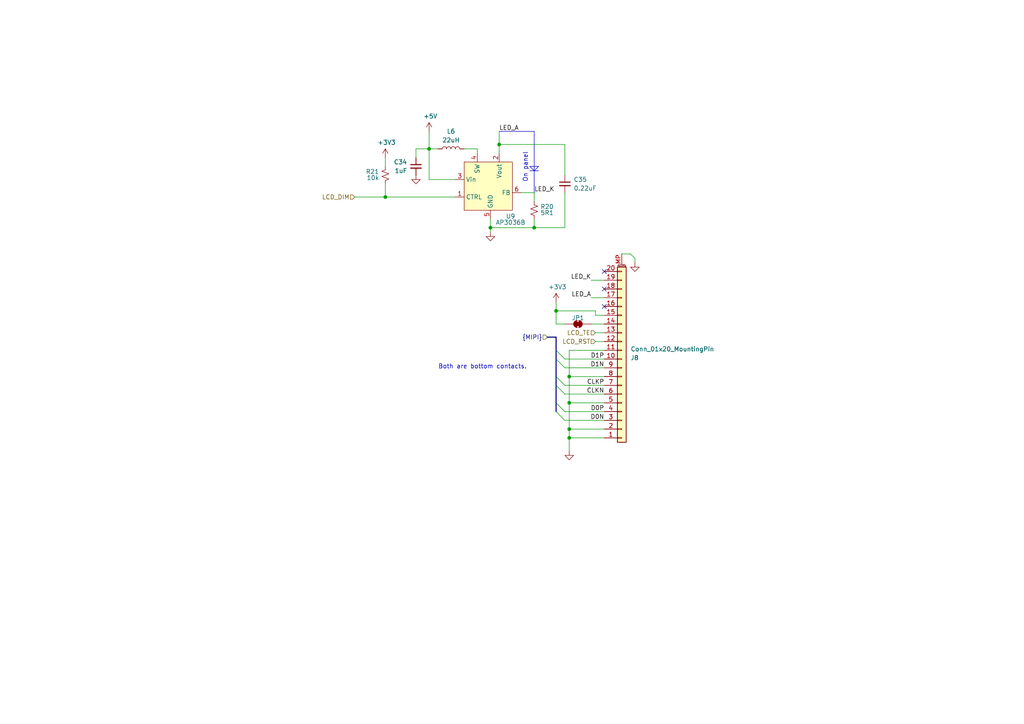
<source format=kicad_sch>
(kicad_sch (version 20231120) (generator "eeschema") (generator_version "8.0")
  (paper "A4")
  (lib_symbols
    (symbol "Connector_Generic_MountingPin:Conn_01x20_MountingPin" (pin_names (offset 1.016) hide)
      (property "Reference" "J" (at 0 25.4 0))
      (property "Value" "Conn_01x20_MountingPin" (at 1.27 -27.94 0))
      (symbol "Conn_01x20_MountingPin_1_1"
        (rectangle (start -1.27 -25.273) (end 0 -25.527) (stroke (width 0.1524)))
        (rectangle (start -1.27 -22.733) (end 0 -22.987) (stroke (width 0.1524)))
        (rectangle (start -1.27 -20.193) (end 0 -20.447) (stroke (width 0.1524)))
        (rectangle (start -1.27 -17.653) (end 0 -17.907) (stroke (width 0.1524)))
        (rectangle (start -1.27 -15.113) (end 0 -15.367) (stroke (width 0.1524)))
        (rectangle (start -1.27 -12.573) (end 0 -12.827) (stroke (width 0.1524)))
        (rectangle (start -1.27 -10.033) (end 0 -10.287) (stroke (width 0.1524)))
        (rectangle (start -1.27 -7.493) (end 0 -7.747) (stroke (width 0.1524)))
        (rectangle (start -1.27 -4.953) (end 0 -5.207) (stroke (width 0.1524)))
        (rectangle (start -1.27 -2.413) (end 0 -2.667) (stroke (width 0.1524)))
        (rectangle (start -1.27 0.127) (end 0 -0.127) (stroke (width 0.1524)))
        (rectangle (start -1.27 2.667) (end 0 2.413) (stroke (width 0.1524)))
        (rectangle (start -1.27 5.207) (end 0 4.953) (stroke (width 0.1524)))
        (rectangle (start -1.27 7.747) (end 0 7.493) (stroke (width 0.1524)))
        (rectangle (start -1.27 10.287) (end 0 10.033) (stroke (width 0.1524)))
        (rectangle (start -1.27 12.827) (end 0 12.573) (stroke (width 0.1524)))
        (rectangle (start -1.27 15.367) (end 0 15.113) (stroke (width 0.1524)))
        (rectangle (start -1.27 17.907) (end 0 17.653) (stroke (width 0.1524)))
        (rectangle (start -1.27 20.447) (end 0 20.193) (stroke (width 0.1524)))
        (rectangle (start -1.27 22.987) (end 0 22.733) (stroke (width 0.1524)))
        (rectangle (start -1.27 24.13) (end 1.27 -26.67) (stroke (width 0.254)) (fill (type background)))
        (polyline (pts (xy -1.016 -27.432) (xy 1.016 -27.432)) (stroke (width 0.1524)))
        (text "Mounting" (at 0 -27.051 0) (effects (font (size 0.381 0.381))))
        (pin passive line (at -5.08 22.86 0) (length 3.81) (name "Pin_1") (number "1"))
        (pin passive line (at -5.08 0 0) (length 3.81) (name "Pin_10") (number "10"))
        (pin passive line (at -5.08 -2.54 0) (length 3.81) (name "Pin_11") (number "11"))
        (pin passive line (at -5.08 -5.08 0) (length 3.81) (name "Pin_12") (number "12"))
        (pin passive line (at -5.08 -7.62 0) (length 3.81) (name "Pin_13") (number "13"))
        (pin passive line (at -5.08 -10.16 0) (length 3.81) (name "Pin_14") (number "14"))
        (pin passive line (at -5.08 -12.7 0) (length 3.81) (name "Pin_15") (number "15"))
        (pin passive line (at -5.08 -15.24 0) (length 3.81) (name "Pin_16") (number "16"))
        (pin passive line (at -5.08 -17.78 0) (length 3.81) (name "Pin_17") (number "17"))
        (pin passive line (at -5.08 -20.32 0) (length 3.81) (name "Pin_18") (number "18"))
        (pin passive line (at -5.08 -22.86 0) (length 3.81) (name "Pin_19") (number "19"))
        (pin passive line (at -5.08 20.32 0) (length 3.81) (name "Pin_2") (number "2"))
        (pin passive line (at -5.08 -25.4 0) (length 3.81) (name "Pin_20") (number "20"))
        (pin passive line (at -5.08 17.78 0) (length 3.81) (name "Pin_3") (number "3"))
        (pin passive line (at -5.08 15.24 0) (length 3.81) (name "Pin_4") (number "4"))
        (pin passive line (at -5.08 12.7 0) (length 3.81) (name "Pin_5") (number "5"))
        (pin passive line (at -5.08 10.16 0) (length 3.81) (name "Pin_6") (number "6"))
        (pin passive line (at -5.08 7.62 0) (length 3.81) (name "Pin_7") (number "7"))
        (pin passive line (at -5.08 5.08 0) (length 3.81) (name "Pin_8") (number "8"))
        (pin passive line (at -5.08 2.54 0) (length 3.81) (name "Pin_9") (number "9"))
        (pin passive line (at 0 -30.48 90) (length 3.048) (name "MountPin") (number "MP"))
      )
    )
    (symbol "Device:C_Small" (pin_numbers hide) (pin_names (offset 0.254) hide)
      (property "Reference" "C" (at 0.254 1.778 0))
      (property "Value" "C_Small" (at 0.254 -2.032 0))
      (symbol "C_Small_0_1"
        (polyline (pts (xy -1.524 -0.508) (xy 1.524 -0.508)) (stroke (width 0.3302)))
        (polyline (pts (xy -1.524 0.508) (xy 1.524 0.508)) (stroke (width 0.3048)))
      )
      (symbol "C_Small_1_1"
        (pin passive line (at 0 2.54 270) (length 2.032) (name "~") (number "1"))
        (pin passive line (at 0 -2.54 90) (length 2.032) (name "~") (number "2"))
      )
    )
    (symbol "Device:L" (pin_numbers hide) (pin_names (offset 1.016) hide)
      (property "Reference" "L" (at -1.27 0 90))
      (property "Value" "L" (at 1.905 0 90))
      (symbol "L_0_1"
        (arc (start 0 -2.54) (mid 0.6323 -1.905) (end 0 -1.27))
        (arc (start 0 -1.27) (mid 0.6323 -0.635) (end 0 0))
        (arc (start 0 0) (mid 0.6323 0.635) (end 0 1.27))
        (arc (start 0 1.27) (mid 0.6323 1.905) (end 0 2.54))
      )
      (symbol "L_1_1"
        (pin passive line (at 0 3.81 270) (length 1.27) (name "1") (number "1"))
        (pin passive line (at 0 -3.81 90) (length 1.27) (name "2") (number "2"))
      )
    )
    (symbol "Device:R_Small_US" (pin_numbers hide) (pin_names (offset 0.254) hide)
      (property "Reference" "R" (at 0.762 0.508 0))
      (property "Value" "R_Small_US" (at 0.762 -1.016 0))
      (symbol "R_Small_US_1_1"
        (polyline (pts (xy 0 0) (xy 1.016 -0.381) (xy 0 -0.762) (xy -1.016 -1.143) (xy 0 -1.524)))
        (polyline (pts (xy 0 1.524) (xy 1.016 1.143) (xy 0 0.762) (xy -1.016 0.381) (xy 0 0)))
        (pin passive line (at 0 2.54 270) (length 1.016) (name "~") (number "1"))
        (pin passive line (at 0 -2.54 90) (length 1.016) (name "~") (number "2"))
      )
    )
    (symbol "Jumper:SolderJumper_2_Bridged" (pin_numbers hide) (pin_names (offset 0) hide) (exclude_from_sim yes) (in_bom no)
      (property "Reference" "JP" (at 0 2.032 0))
      (property "Value" "SolderJumper_2_Bridged" (at 0 -2.54 0))
      (symbol "SolderJumper_2_Bridged_0_1"
        (rectangle (start -0.508 0.508) (end 0.508 -0.508) (fill (type outline)))
        (arc (start -0.254 1.016) (mid -1.2656 0) (end -0.254 -1.016))
        (arc (start -0.254 1.016) (mid -1.2656 0) (end -0.254 -1.016) (fill (type outline)))
        (polyline (pts (xy -0.254 1.016) (xy -0.254 -1.016)))
        (polyline (pts (xy 0.254 1.016) (xy 0.254 -1.016)))
        (arc (start 0.254 -1.016) (mid 1.2656 0) (end 0.254 1.016))
        (arc (start 0.254 -1.016) (mid 1.2656 0) (end 0.254 1.016) (fill (type outline)))
      )
      (symbol "SolderJumper_2_Bridged_1_1"
        (pin passive line (at -3.81 0 0) (length 2.54) (name "A") (number "1"))
        (pin passive line (at 3.81 0 180) (length 2.54) (name "B") (number "2"))
      )
    )
    (symbol "Wlkr_Drivers:AP3036B"
      (property "Reference" "U" (at 11.938 -3.048 0))
      (property "Value" "AP3036B" (at 8.636 -1.27 0))
      (symbol "AP3036B_1_1"
        (rectangle (start 0 13.97) (end 13.97 0) (fill (type background)))
        (pin input line (at -2.54 3.81 0) (length 2.54) (name "CTRL") (number "1"))
        (pin input line (at 10.16 16.51 270) (length 2.54) (name "Vout") (number "2"))
        (pin input line (at -2.54 8.89 0) (length 2.54) (name "Vin") (number "3"))
        (pin input line (at 3.81 16.51 270) (length 2.54) (name "SW") (number "4"))
        (pin input line (at 7.62 -2.54 90) (length 2.54) (name "GND") (number "5"))
        (pin input line (at 16.51 5.08 180) (length 2.54) (name "FB") (number "6"))
      )
    )
    (symbol "hardware-rescue:+3V3-power" (power) (pin_names (offset 0))
      (property "Value" "power_+3V3" (at 0 3.556 0))
      (symbol "+3V3-power_0_1"
        (polyline (pts (xy -0.762 1.27) (xy 0 2.54)))
        (polyline (pts (xy 0 0) (xy 0 2.54)))
        (polyline (pts (xy 0 2.54) (xy 0.762 1.27)))
      )
      (symbol "+3V3-power_1_1"
        (pin power_in line (at 0 0 90) (length 0) hide (name "+3V3") (number "1"))
      )
    )
    (symbol "hardware-rescue:GND-power" (power) (pin_names (offset 0))
      (property "Value" "power_GND" (at 0 -3.81 0))
      (symbol "GND-power_0_1"
        (polyline (pts (xy 0 0) (xy 0 -1.27) (xy 1.27 -1.27) (xy 0 -2.54) (xy -1.27 -1.27) (xy 0 -1.27)))
      )
      (symbol "GND-power_1_1"
        (pin power_in line (at 0 0 270) (length 0) hide (name "GND") (number "1"))
      )
    )
    (symbol "power:+5V" (power) (pin_names (offset 0))
      (property "Value" "+5V" (at 0 3.556 0))
      (symbol "+5V_0_1"
        (polyline (pts (xy -0.762 1.27) (xy 0 2.54)))
        (polyline (pts (xy 0 0) (xy 0 2.54)))
        (polyline (pts (xy 0 2.54) (xy 0.762 1.27)))
      )
      (symbol "+5V_1_1"
        (pin power_in line (at 0 0 90) (length 0) hide (name "+5V") (number "1"))
      )
    )
  )
  (bus_alias "I2C" (members "SDA" "SCL"))
  (bus_alias "MIPI" (members "D0P" "D0N" "D1P" "D1N" "CLKP" "CLKN"))
  (junction (at 144.78 41.91))
  (junction (at 165.1 116.84))
  (junction (at 124.46 43.18))
  (junction (at 111.76 57.15))
  (junction (at 161.29 90.17))
  (junction (at 165.1 109.22))
  (junction (at 165.1 124.46))
  (junction (at 154.94 66.04))
  (junction (at 165.1 127))
  (junction (at 142.24 66.04))
  (no_connect (at 175.26 83.82))
  (no_connect (at 175.26 78.74))
  (no_connect (at 175.26 88.9))
  (bus_entry (at 161.29 119.38) (size 2.54 2.54))
  (bus_entry (at 161.29 116.84) (size 2.54 2.54))
  (bus_entry (at 161.29 109.22) (size 2.54 2.54))
  (bus_entry (at 161.29 104.14) (size 2.54 2.54))
  (bus_entry (at 161.29 111.76) (size 2.54 2.54))
  (bus_entry (at 161.29 101.6) (size 2.54 2.54))
  (wire (pts (xy 111.76 53.34) (xy 111.76 57.15)))
  (wire (pts (xy 163.83 93.98) (xy 161.29 93.98)))
  (wire (pts (xy 163.83 121.92) (xy 175.26 121.92)))
  (wire (pts (xy 172.72 91.44) (xy 175.26 91.44)))
  (wire (pts (xy 172.72 96.52) (xy 175.26 96.52)))
  (polyline (pts (xy 154.94 38.1) (xy 154.94 55.88)))
  (wire (pts (xy 175.26 93.98) (xy 171.45 93.98)))
  (wire (pts (xy 111.76 57.15) (xy 132.08 57.15)))
  (wire (pts (xy 111.76 45.72) (xy 111.76 48.26)))
  (wire (pts (xy 142.24 63.5) (xy 142.24 66.04)))
  (wire (pts (xy 182.88 73.66) (xy 184.15 74.93)))
  (wire (pts (xy 163.83 114.3) (xy 175.26 114.3)))
  (wire (pts (xy 163.83 104.14) (xy 175.26 104.14)))
  (wire (pts (xy 165.1 124.46) (xy 165.1 127)))
  (wire (pts (xy 132.08 52.07) (xy 124.46 52.07)))
  (wire (pts (xy 165.1 116.84) (xy 165.1 124.46)))
  (wire (pts (xy 171.45 86.36) (xy 175.26 86.36)))
  (polyline (pts (xy 154.94 49.53) (xy 153.67 48.26)))
  (wire (pts (xy 142.24 66.04) (xy 154.94 66.04)))
  (wire (pts (xy 180.34 73.66) (xy 182.88 73.66)))
  (wire (pts (xy 165.1 101.6) (xy 165.1 109.22)))
  (wire (pts (xy 124.46 43.18) (xy 127 43.18)))
  (bus (pts (xy 158.75 97.79) (xy 161.29 97.79)))
  (wire (pts (xy 165.1 109.22) (xy 165.1 116.84)))
  (wire (pts (xy 165.1 109.22) (xy 175.26 109.22)))
  (wire (pts (xy 163.83 106.68) (xy 175.26 106.68)))
  (wire (pts (xy 134.62 43.18) (xy 138.43 43.18)))
  (wire (pts (xy 184.15 74.93) (xy 184.15 76.2)))
  (polyline (pts (xy 144.78 38.1) (xy 154.94 38.1)))
  (wire (pts (xy 163.83 41.91) (xy 163.83 50.8)))
  (wire (pts (xy 165.1 116.84) (xy 175.26 116.84)))
  (bus (pts (xy 161.29 97.79) (xy 161.29 101.6)))
  (bus (pts (xy 161.29 104.14) (xy 161.29 109.22)))
  (wire (pts (xy 165.1 127) (xy 165.1 130.81)))
  (wire (pts (xy 142.24 66.04) (xy 142.24 67.31)))
  (wire (pts (xy 124.46 43.18) (xy 124.46 52.07)))
  (wire (pts (xy 171.45 81.28) (xy 175.26 81.28)))
  (wire (pts (xy 165.1 127) (xy 175.26 127)))
  (wire (pts (xy 172.72 90.17) (xy 161.29 90.17)))
  (wire (pts (xy 124.46 38.1) (xy 124.46 43.18)))
  (wire (pts (xy 161.29 90.17) (xy 161.29 93.98)))
  (wire (pts (xy 172.72 90.17) (xy 172.72 91.44)))
  (wire (pts (xy 154.94 55.88) (xy 154.94 58.42)))
  (wire (pts (xy 163.83 111.76) (xy 175.26 111.76)))
  (wire (pts (xy 163.83 55.88) (xy 163.83 66.04)))
  (polyline (pts (xy 156.21 48.26) (xy 154.94 49.53)))
  (wire (pts (xy 163.83 119.38) (xy 175.26 119.38)))
  (wire (pts (xy 144.78 38.1) (xy 144.78 41.91)))
  (wire (pts (xy 138.43 43.18) (xy 138.43 44.45)))
  (wire (pts (xy 161.29 87.63) (xy 161.29 90.17)))
  (wire (pts (xy 154.94 66.04) (xy 154.94 63.5)))
  (wire (pts (xy 144.78 41.91) (xy 163.83 41.91)))
  (polyline (pts (xy 153.67 48.26) (xy 156.21 48.26)))
  (wire (pts (xy 175.26 101.6) (xy 165.1 101.6)))
  (wire (pts (xy 144.78 41.91) (xy 144.78 44.45)))
  (bus (pts (xy 161.29 116.84) (xy 161.29 119.38)))
  (bus (pts (xy 161.29 111.76) (xy 161.29 116.84)))
  (wire (pts (xy 163.83 66.04) (xy 154.94 66.04)))
  (wire (pts (xy 102.87 57.15) (xy 111.76 57.15)))
  (wire (pts (xy 172.72 99.06) (xy 175.26 99.06)))
  (bus (pts (xy 161.29 101.6) (xy 161.29 104.14)))
  (wire (pts (xy 165.1 124.46) (xy 175.26 124.46)))
  (wire (pts (xy 151.13 55.88) (xy 154.94 55.88)))
  (polyline (pts (xy 153.67 49.53) (xy 156.21 49.53)))
  (bus (pts (xy 161.29 109.22) (xy 161.29 111.76)))
  (wire (pts (xy 120.65 43.18) (xy 120.65 45.72)))
  (wire (pts (xy 120.65 43.18) (xy 124.46 43.18)))
  (text "Both are bottom contacts." (at 139.954 106.426 0) (effects (font (size 1.27 1.27))))
  (text "On panel" (at 152.4 48.514 90) (effects (font (size 1.27 1.27))))
  (label "D1N" (at 175.26 106.68 180))
  (label "LED_A" (at 171.45 86.36 180))
  (label "CLKP" (at 175.26 111.76 180))
  (label "LED_K" (at 171.45 81.28 180))
  (label "LED_K" (at 154.94 55.88 0))
  (label "D0P" (at 175.26 119.38 180))
  (label "D0N" (at 175.26 121.92 180))
  (label "LED_A" (at 144.78 38.1 0))
  (label "D1P" (at 175.26 104.14 180))
  (label "CLKN" (at 175.26 114.3 180))
  (hierarchical_label "LCD_RST" (shape input) (at 172.72 99.06 180))
  (hierarchical_label "LCD_DIM" (shape input) (at 102.87 57.15 180))
  (hierarchical_label "{MIPI}" (shape input) (at 158.75 97.79 180))
  (hierarchical_label "LCD_TE" (shape input) (at 172.72 96.52 180))
  (symbol (lib_id "Device:C_Small") (at 163.83 53.34 0) (mirror y) (unit 1)
    (property "Reference" "C35" (at 166.37 52.0762 0) (effects (justify right)))
    (property "Value" "0.22uF" (at 166.37 54.6162 0) (effects (justify right)))
    (property "Footprint" "Capacitor_SMD:C_0603_1608Metric" (effects (hide yes)))
    (property "Description" "Unpolarized capacitor, small symbol" (effects (hide yes)))
  )
  (symbol (lib_id "Connector_Generic_MountingPin:Conn_01x20_MountingPin") (at 180.34 104.14 0) (mirror x) (unit 1)
    (property "Reference" "J8" (at 182.88 103.7845 0) (effects (justify left)))
    (property "Value" "Conn_01x20_MountingPin" (at 182.88 101.2445 0) (effects (justify left)))
    (property "Footprint" "Connector_FFC-FPC:Hirose_FH12-20S-0.5SH_1x20-1MP_P0.50mm_Horizontal" (effects (hide yes)))
    (property "Description" "Generic connectable mounting pin connector, single row, 01x20, script generated (kicad-library-utils/schlib/autogen/connector/)" (effects (hide yes)))
    (property "MPN" "FH12-20S-0.5SH(55)" (effects (hide yes)))
  )
  (symbol (lib_id "hardware-rescue:GND-power") (at 165.1 130.81 0) (mirror y) (unit 1)
    (property "Reference" "#PWR081" (effects (hide yes)))
    (property "Value" "GND" (effects (hide yes)))
  )
  (symbol (lib_id "Device:R_Small_US") (at 154.94 60.96 0) (unit 1)
    (property "Reference" "R20" (at 156.718 59.944 0) (effects (justify left)))
    (property "Value" "5R1" (at 156.718 61.722 0) (effects (justify left)))
    (property "Footprint" "Resistor_SMD:R_0402_1005Metric" (effects (hide yes)))
    (property "MPN" "RC0402JR-075R1L" (effects (hide yes)))
  )
  (symbol (lib_id "hardware-rescue:GND-power") (at 184.15 76.2 0) (mirror y) (unit 1)
    (property "Reference" "#PWR089" (effects (hide yes)))
    (property "Value" "GND" (effects (hide yes)))
  )
  (symbol (lib_id "Wlkr_Drivers:AP3036B") (at 134.62 60.96 0) (unit 1)
    (property "Reference" "U9" (at 148.082 62.738 0))
    (property "Value" "AP3036B" (at 148.082 64.516 0))
    (property "Footprint" "Package_TO_SOT_SMD:SOT-23-6" (effects (hide yes)))
  )
  (symbol (lib_id "Device:L") (at 130.81 43.18 90) (unit 1)
    (property "Reference" "L6" (at 130.81 38.1 90))
    (property "Value" "22uH" (at 130.81 40.64 90))
    (property "Footprint" "Inductor_SMD:L_1210_3225Metric" (effects (hide yes)))
    (property "Description" "Inductor" (effects (hide yes)))
    (property "MPN" "CBC3225T220MR" (effects (hide yes)))
  )
  (symbol (lib_id "hardware-rescue:+3V3-power") (at 111.76 45.72 0) (unit 1)
    (property "Reference" "#PWR094" (effects (hide yes)))
    (property "Value" "+3V3" (at 112.141 41.3258 0))
  )
  (symbol (lib_id "power:+5V") (at 124.46 38.1 0) (unit 1)
    (property "Reference" "#PWR092" (effects (hide yes)))
    (property "Value" "+5V" (at 124.841 33.7058 0))
  )
  (symbol (lib_id "hardware-rescue:GND-power") (at 142.24 67.31 0) (mirror y) (unit 1)
    (property "Reference" "#PWR091" (effects (hide yes)))
    (property "Value" "GND" (effects (hide yes)))
  )
  (symbol (lib_id "hardware-rescue:+3V3-power") (at 161.29 87.63 0) (unit 1)
    (property "Reference" "#PWR079" (effects (hide yes)))
    (property "Value" "+3V3" (at 161.671 83.2358 0))
  )
  (symbol (lib_id "hardware-rescue:GND-power") (at 120.65 50.8 0) (mirror y) (unit 1)
    (property "Reference" "#PWR093" (effects (hide yes)))
    (property "Value" "GND" (effects (hide yes)))
  )
  (symbol (lib_id "Device:C_Small") (at 120.65 48.26 0) (unit 1)
    (property "Reference" "C34" (at 118.11 46.9962 0) (effects (justify right)))
    (property "Value" "1uF" (at 118.11 49.5362 0) (effects (justify right)))
    (property "Footprint" "Capacitor_SMD:C_0603_1608Metric" (effects (hide yes)))
    (property "Description" "Unpolarized capacitor, small symbol" (effects (hide yes)))
  )
  (symbol (lib_id "Device:R_Small_US") (at 111.76 50.8 0) (mirror y) (unit 1)
    (property "Reference" "R21" (at 109.982 49.784 0) (effects (justify left)))
    (property "Value" "10k" (at 109.982 51.562 0) (effects (justify left)))
    (property "Footprint" "Resistor_SMD:R_0402_1005Metric" (effects (hide yes)))
    (property "MPN" "RC0402JR-0710KL" (effects (hide yes)))
  )
  (symbol (lib_id "Jumper:SolderJumper_2_Bridged") (at 167.64 93.98 0) (unit 1) (exclude_from_sim yes) (in_bom no)
    (property "Reference" "JP1" (at 167.64 92.202 0))
    (property "Value" "SolderJumper_2_Bridged" (effects (hide yes)))
    (property "Footprint" "Jumper:SolderJumper-2_P1.3mm_Bridged_Pad1.0x1.5mm" (effects (hide yes)))
    (property "Description" "Solder Jumper, 2-pole, closed/bridged" (effects (hide yes)))
  )
)
</source>
